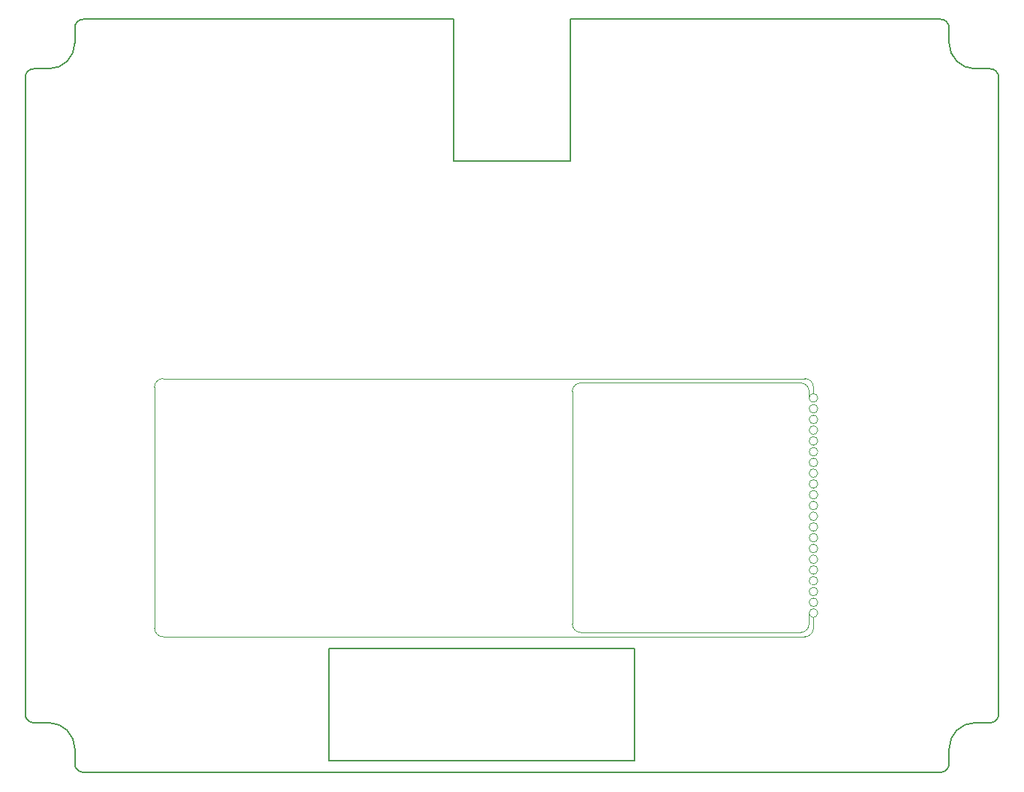
<source format=gbp>
G04*
G04 #@! TF.GenerationSoftware,Altium Limited,Altium Designer,24.0.1 (36)*
G04*
G04 Layer_Color=128*
%FSAX44Y44*%
%MOMM*%
G71*
G04*
G04 #@! TF.SameCoordinates,AD116AE3-DE06-480B-A5EE-D1CFDF242DD9*
G04*
G04*
G04 #@! TF.FilePolarity,Positive*
G04*
G01*
G75*
%ADD10C,0.2000*%
%ADD17C,0.1000*%
D10*
X00855490Y00874477D02*
G03*
X00865490Y00864477I00010000J00000000D01*
G01*
X00912990Y00834487D02*
G03*
X00882990Y00864487I-00030000J00000000D01*
G01*
X00912981Y00816987D02*
G03*
X00922981Y00806987I00010000J00000000D01*
G01*
X01927990Y01654487D02*
G03*
X01957990Y01624487I00030000J00000000D01*
G01*
X01918000Y00806986D02*
G03*
X01928000Y00816987I00000000J00010000D01*
G01*
X00922981Y01681987D02*
G03*
X00912981Y01671987I00000000J-00010000D01*
G01*
X00865490Y01624496D02*
G03*
X00855490Y01614496I00000000J-00010000D01*
G01*
X01985491D02*
G03*
X01975491Y01624496I-00010000J00000000D01*
G01*
Y00864477D02*
G03*
X01985491Y00874477I00000000J00010000D01*
G01*
X01928000Y01671987D02*
G03*
X01918000Y01681987I-00010000J00000000D01*
G01*
X00882990Y01624487D02*
G03*
X00912990Y01654487I00000000J00030000D01*
G01*
X01957990Y00864487D02*
G03*
X01927990Y00834487I00000000J-00030000D01*
G01*
X01207790Y00820487D02*
X01433190Y00820487D01*
X01563190D01*
X01433190Y00950487D02*
X01563190D01*
X01207790Y00950487D02*
X01433190Y00950487D01*
X01563190Y00820487D02*
Y00950487D01*
X01207790Y00820487D02*
Y00950487D01*
X00865481Y00864487D02*
X00882990D01*
X00912990Y00816977D02*
Y00834487D01*
X01927990Y00816977D02*
Y00834487D01*
X01957990Y01624487D02*
X01975500D01*
X01487991Y01681987D02*
X01918000Y01681987D01*
X01927990Y01654487D02*
Y01671996D01*
X01352990Y01517487D02*
Y01669287D01*
X00912990Y01654487D02*
Y01671996D01*
X01957990Y00864487D02*
X01975500D01*
X00922981Y01681987D02*
X01352990D01*
X00922981Y00806987D02*
X01918000Y00806987D01*
X00855490Y00874477D02*
X00855490Y01614496D01*
X01352990Y01669287D02*
Y01681987D01*
X00865481Y01624487D02*
X00882990D01*
X01487991Y01517487D02*
Y01681987D01*
X01433190Y01517487D02*
X01487991D01*
X01352990D02*
X01433190D01*
X01985490Y00874477D02*
X01985490Y01614496D01*
D17*
X01015490Y01264477D02*
G03*
X01005490Y01254477I00000000J-00010000D01*
G01*
Y00974477D02*
G03*
X01015490Y00964477I00010000J00000000D01*
G01*
X01755490Y00969487D02*
G03*
X01765490Y00979487I00000000J00010000D01*
G01*
X01490491D02*
G03*
X01500491Y00969487I00010000J00000000D01*
G01*
Y01259487D02*
G03*
X01490491Y01249487I00000000J-00010000D01*
G01*
X01765490Y01249477D02*
G03*
X01755490Y01259477I-00010000J00000000D01*
G01*
X01770490Y01254477D02*
G03*
X01760490Y01264477I-00010000J00000000D01*
G01*
X01775490Y01004487D02*
G03*
X01775490Y01004487I-00005000J00000000D01*
G01*
Y00991987D02*
G03*
X01775490Y00991987I-00005000J00000000D01*
G01*
Y01041987D02*
G03*
X01775490Y01041987I-00005000J00000000D01*
G01*
Y01029487D02*
G03*
X01775490Y01029487I-00005000J00000000D01*
G01*
Y01016987D02*
G03*
X01775490Y01016987I-00005000J00000000D01*
G01*
Y01079487D02*
G03*
X01775490Y01079487I-00005000J00000000D01*
G01*
Y01066987D02*
G03*
X01775490Y01066987I-00005000J00000000D01*
G01*
Y01054487D02*
G03*
X01775490Y01054487I-00005000J00000000D01*
G01*
Y01116987D02*
G03*
X01775490Y01116987I-00005000J00000000D01*
G01*
Y01104487D02*
G03*
X01775490Y01104487I-00005000J00000000D01*
G01*
Y01091987D02*
G03*
X01775490Y01091987I-00005000J00000000D01*
G01*
Y01129487D02*
G03*
X01775490Y01129487I-00005000J00000000D01*
G01*
Y01141987D02*
G03*
X01775490Y01141987I-00005000J00000000D01*
G01*
Y01154487D02*
G03*
X01775490Y01154487I-00005000J00000000D01*
G01*
Y01166987D02*
G03*
X01775490Y01166987I-00005000J00000000D01*
G01*
Y01179487D02*
G03*
X01775490Y01179487I-00005000J00000000D01*
G01*
Y01191987D02*
G03*
X01775490Y01191987I-00005000J00000000D01*
G01*
Y01204487D02*
G03*
X01775490Y01204487I-00005000J00000000D01*
G01*
Y01216987D02*
G03*
X01775490Y01216987I-00005000J00000000D01*
G01*
Y01229487D02*
G03*
X01775490Y01229487I-00005000J00000000D01*
G01*
Y01241987D02*
G03*
X01775490Y01241987I-00005000J00000000D01*
G01*
X01760490Y00964477D02*
G03*
X01770490Y00974477I00000000J00010000D01*
G01*
X01005490D02*
Y01254477D01*
X01765490Y00979487D02*
Y00991997D01*
X01500491Y00969487D02*
X01755490Y00969487D01*
X01490491Y00979487D02*
Y01249487D01*
X01500491Y01259477D02*
X01755490Y01259477D01*
X01765490Y01241987D02*
Y01249477D01*
X01770490Y00974477D02*
Y00986987D01*
Y01246987D02*
Y01254477D01*
X01015490Y01264477D02*
X01760490Y01264477D01*
X01015490Y00964477D02*
X01760490Y00964477D01*
M02*

</source>
